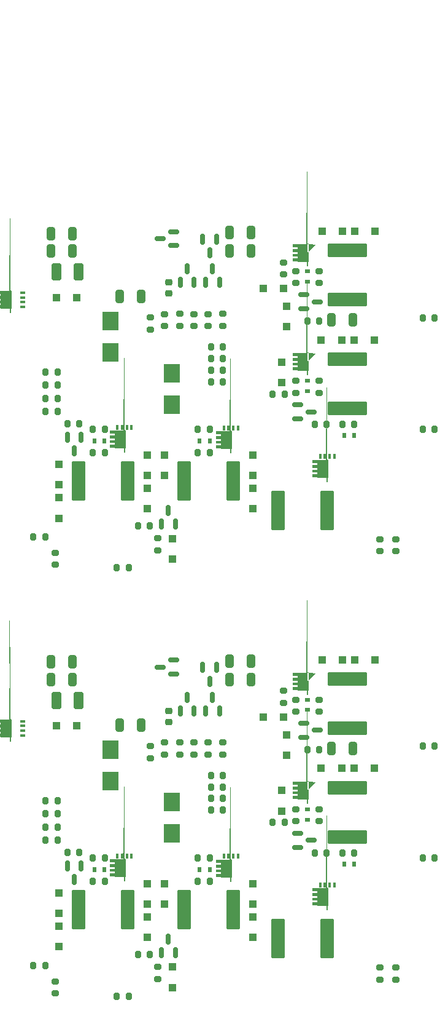
<source format=gbr>
%TF.GenerationSoftware,KiCad,Pcbnew,6.0.11+dfsg-1*%
%TF.CreationDate,2024-04-08T11:49:48+01:00*%
%TF.ProjectId,panel,70616e65-6c2e-46b6-9963-61645f706362,rev?*%
%TF.SameCoordinates,Original*%
%TF.FileFunction,Paste,Bot*%
%TF.FilePolarity,Positive*%
%FSLAX46Y46*%
G04 Gerber Fmt 4.6, Leading zero omitted, Abs format (unit mm)*
G04 Created by KiCad (PCBNEW 6.0.11+dfsg-1) date 2024-04-08 11:49:48*
%MOMM*%
%LPD*%
G01*
G04 APERTURE LIST*
G04 Aperture macros list*
%AMRoundRect*
0 Rectangle with rounded corners*
0 $1 Rounding radius*
0 $2 $3 $4 $5 $6 $7 $8 $9 X,Y pos of 4 corners*
0 Add a 4 corners polygon primitive as box body*
4,1,4,$2,$3,$4,$5,$6,$7,$8,$9,$2,$3,0*
0 Add four circle primitives for the rounded corners*
1,1,$1+$1,$2,$3*
1,1,$1+$1,$4,$5*
1,1,$1+$1,$6,$7*
1,1,$1+$1,$8,$9*
0 Add four rect primitives between the rounded corners*
20,1,$1+$1,$2,$3,$4,$5,0*
20,1,$1+$1,$4,$5,$6,$7,0*
20,1,$1+$1,$6,$7,$8,$9,0*
20,1,$1+$1,$8,$9,$2,$3,0*%
%AMFreePoly0*
4,1,5,0.202500,-0.377500,-0.202500,-0.377500,-0.202500,0.377500,0.202500,0.377500,0.202500,-0.377500,0.202500,-0.377500,$1*%
%AMFreePoly1*
4,1,53,0.118849,1.240000,0.127973,1.217973,0.150000,1.208849,0.168849,1.208849,0.168849,-1.228849,0.150000,-1.228849,0.127973,-1.237973,0.118849,-1.260000,0.118849,-1.828849,-0.118849,-1.828849,-0.118849,-1.260000,-0.127973,-1.237973,-0.150000,-1.228849,-1.318849,-1.228849,-1.318849,-1.210000,-1.327973,-1.187973,-1.350000,-1.178849,-2.018849,-1.178849,-2.018849,-0.791151,-1.350000,-0.791151,
-1.327973,-0.782027,-1.318849,-0.760000,-1.318849,-0.560000,-1.327973,-0.537973,-1.350000,-0.528849,-2.018849,-0.528849,-2.018849,-0.141151,-1.350000,-0.141151,-1.327973,-0.132027,-1.318849,-0.110000,-1.318849,0.090000,-1.327973,0.112027,-1.350000,0.121151,-2.018849,0.121151,-2.018849,0.508849,-1.350000,0.508849,-1.327973,0.517973,-1.318849,0.540000,-1.318849,0.740000,-1.327973,0.762027,
-1.350000,0.771151,-2.018849,0.771151,-2.018849,1.158849,-1.350000,1.158849,-1.327973,1.167973,-1.318849,1.190000,-1.318849,1.208849,-0.150000,1.208849,-0.127973,1.217973,-0.118849,1.240000,-0.118849,1.808849,0.118849,1.808849,0.118849,1.240000,0.118849,1.240000,$1*%
G04 Aperture macros list end*
%ADD10RoundRect,0.250000X0.712500X2.475000X-0.712500X2.475000X-0.712500X-2.475000X0.712500X-2.475000X0*%
%ADD11FreePoly0,270.000000*%
%ADD12FreePoly1,180.000000*%
%ADD13R,1.100000X1.100000*%
%ADD14RoundRect,0.200000X0.200000X0.275000X-0.200000X0.275000X-0.200000X-0.275000X0.200000X-0.275000X0*%
%ADD15R,2.300000X2.500000*%
%ADD16RoundRect,0.200000X-0.275000X0.200000X-0.275000X-0.200000X0.275000X-0.200000X0.275000X0.200000X0*%
%ADD17RoundRect,0.150000X0.150000X-0.587500X0.150000X0.587500X-0.150000X0.587500X-0.150000X-0.587500X0*%
%ADD18RoundRect,0.250000X-0.712500X-2.475000X0.712500X-2.475000X0.712500X2.475000X-0.712500X2.475000X0*%
%ADD19RoundRect,0.200000X-0.200000X-0.275000X0.200000X-0.275000X0.200000X0.275000X-0.200000X0.275000X0*%
%ADD20RoundRect,0.250000X-0.325000X-0.650000X0.325000X-0.650000X0.325000X0.650000X-0.325000X0.650000X0*%
%ADD21RoundRect,0.250000X0.325000X0.650000X-0.325000X0.650000X-0.325000X-0.650000X0.325000X-0.650000X0*%
%ADD22RoundRect,0.200000X0.275000X-0.200000X0.275000X0.200000X-0.275000X0.200000X-0.275000X-0.200000X0*%
%ADD23R,0.700000X0.600000*%
%ADD24RoundRect,0.150000X-0.150000X0.587500X-0.150000X-0.587500X0.150000X-0.587500X0.150000X0.587500X0*%
%ADD25FreePoly0,180.000000*%
%ADD26FreePoly1,90.000000*%
%ADD27FreePoly0,90.000000*%
%ADD28FreePoly1,0.000000*%
%ADD29RoundRect,0.250000X-0.412500X-0.925000X0.412500X-0.925000X0.412500X0.925000X-0.412500X0.925000X0*%
%ADD30RoundRect,0.150000X-0.587500X-0.150000X0.587500X-0.150000X0.587500X0.150000X-0.587500X0.150000X0*%
%ADD31RoundRect,0.250000X-2.475000X0.712500X-2.475000X-0.712500X2.475000X-0.712500X2.475000X0.712500X0*%
%ADD32R,0.600000X0.700000*%
%ADD33RoundRect,0.150000X0.587500X0.150000X-0.587500X0.150000X-0.587500X-0.150000X0.587500X-0.150000X0*%
%ADD34RoundRect,0.225000X-0.250000X0.225000X-0.250000X-0.225000X0.250000X-0.225000X0.250000X0.225000X0*%
G04 APERTURE END LIST*
D10*
%TO.C,F4*%
X150637500Y-128700000D03*
X143862500Y-128700000D03*
%TD*%
D11*
%TO.C,Q3*%
X159250000Y-52275000D03*
D12*
X160900000Y-53260000D03*
D11*
X159250000Y-53575000D03*
X159250000Y-54225000D03*
X159250000Y-52925000D03*
%TD*%
D13*
%TO.C,D24*%
X167400000Y-94300000D03*
X170200000Y-94300000D03*
%TD*%
D14*
%TO.C,R30*%
X126425000Y-117300000D03*
X124775000Y-117300000D03*
%TD*%
D15*
%TO.C,D7*%
X142200000Y-59150000D03*
X142200000Y-54850000D03*
%TD*%
D16*
%TO.C,R34*%
X145200000Y-105687500D03*
X145200000Y-107337500D03*
%TD*%
D13*
%TO.C,D22*%
X162900000Y-35300000D03*
X165700000Y-35300000D03*
%TD*%
D14*
%TO.C,R19*%
X136225000Y-140600000D03*
X134575000Y-140600000D03*
%TD*%
D13*
%TO.C,D25*%
X141200000Y-125100000D03*
X141200000Y-127900000D03*
%TD*%
D14*
%TO.C,R13*%
X147425000Y-121600000D03*
X145775000Y-121600000D03*
%TD*%
D16*
%TO.C,R37*%
X139200000Y-106175000D03*
X139200000Y-107825000D03*
%TD*%
D17*
%TO.C,D33*%
X145250000Y-101337500D03*
X143350000Y-101337500D03*
X144300000Y-99462500D03*
%TD*%
D16*
%TO.C,R33*%
X147200000Y-105687500D03*
X147200000Y-107337500D03*
%TD*%
D14*
%TO.C,R16*%
X178425000Y-47200000D03*
X176775000Y-47200000D03*
%TD*%
D18*
%TO.C,F1*%
X156812500Y-73700000D03*
X163587500Y-73700000D03*
%TD*%
D14*
%TO.C,R10*%
X157725000Y-116700000D03*
X156075000Y-116700000D03*
%TD*%
D19*
%TO.C,R25*%
X147575000Y-113400000D03*
X149225000Y-113400000D03*
%TD*%
D13*
%TO.C,D8*%
X138800000Y-125100000D03*
X138800000Y-127900000D03*
%TD*%
D20*
%TO.C,C14*%
X125525000Y-97000000D03*
X128475000Y-97000000D03*
%TD*%
D13*
%TO.C,D23*%
X153350000Y-70700000D03*
X153350000Y-73500000D03*
%TD*%
D21*
%TO.C,C2*%
X153075000Y-97000000D03*
X150125000Y-97000000D03*
%TD*%
D19*
%TO.C,R8*%
X165700000Y-61900000D03*
X167350000Y-61900000D03*
%TD*%
D13*
%TO.C,D10*%
X138800000Y-129700000D03*
X138800000Y-132500000D03*
%TD*%
%TO.C,D9*%
X162800000Y-50250000D03*
X165600000Y-50250000D03*
%TD*%
D22*
%TO.C,R18*%
X162500000Y-101425000D03*
X162500000Y-99775000D03*
%TD*%
D23*
%TO.C,D18*%
X160900000Y-101200000D03*
X160900000Y-99800000D03*
%TD*%
D22*
%TO.C,R20*%
X157600000Y-41225000D03*
X157600000Y-39575000D03*
%TD*%
D24*
%TO.C,D34*%
X146450000Y-36362500D03*
X148350000Y-36362500D03*
X147400000Y-38237500D03*
%TD*%
D14*
%TO.C,R38*%
X126425000Y-113700000D03*
X124775000Y-113700000D03*
%TD*%
D19*
%TO.C,R17*%
X145775000Y-124800000D03*
X147425000Y-124800000D03*
%TD*%
D25*
%TO.C,Q2*%
X136625000Y-121300000D03*
D26*
X135640000Y-122950000D03*
D25*
X135975000Y-121300000D03*
X135325000Y-121300000D03*
X134675000Y-121300000D03*
%TD*%
D22*
%TO.C,R15*%
X140200000Y-79225000D03*
X140200000Y-77575000D03*
%TD*%
D15*
%TO.C,D7*%
X142200000Y-118150000D03*
X142200000Y-113850000D03*
%TD*%
D21*
%TO.C,C5*%
X137975000Y-44300000D03*
X135025000Y-44300000D03*
%TD*%
D20*
%TO.C,C12*%
X164225000Y-106500000D03*
X167175000Y-106500000D03*
%TD*%
D16*
%TO.C,R36*%
X141200000Y-46687500D03*
X141200000Y-48337500D03*
%TD*%
%TO.C,R3*%
X159300000Y-55875000D03*
X159300000Y-57525000D03*
%TD*%
D19*
%TO.C,R21*%
X137525000Y-134850000D03*
X139175000Y-134850000D03*
%TD*%
D27*
%TO.C,Q10*%
X121600000Y-45700000D03*
D28*
X119950000Y-44715000D03*
D27*
X121600000Y-44400000D03*
X121600000Y-45050000D03*
X121600000Y-43750000D03*
%TD*%
D16*
%TO.C,R14*%
X159300000Y-99775000D03*
X159300000Y-101425000D03*
%TD*%
D13*
%TO.C,D27*%
X142275000Y-77600000D03*
X142275000Y-80400000D03*
%TD*%
%TO.C,D11*%
X167350000Y-50250000D03*
X170150000Y-50250000D03*
%TD*%
D14*
%TO.C,R12*%
X163525000Y-61900000D03*
X161875000Y-61900000D03*
%TD*%
D13*
%TO.C,D27*%
X142275000Y-136600000D03*
X142275000Y-139400000D03*
%TD*%
D17*
%TO.C,D33*%
X145250000Y-42337500D03*
X143350000Y-42337500D03*
X144300000Y-40462500D03*
%TD*%
D14*
%TO.C,R22*%
X162525000Y-47700000D03*
X160875000Y-47700000D03*
%TD*%
D13*
%TO.C,D10*%
X138800000Y-70700000D03*
X138800000Y-73500000D03*
%TD*%
D14*
%TO.C,R19*%
X136225000Y-81600000D03*
X134575000Y-81600000D03*
%TD*%
D13*
%TO.C,D24*%
X167400000Y-35300000D03*
X170200000Y-35300000D03*
%TD*%
D21*
%TO.C,C4*%
X153075000Y-94500000D03*
X150125000Y-94500000D03*
%TD*%
D22*
%TO.C,R18*%
X162500000Y-42425000D03*
X162500000Y-40775000D03*
%TD*%
D16*
%TO.C,R32*%
X149200000Y-105675000D03*
X149200000Y-107325000D03*
%TD*%
D19*
%TO.C,R24*%
X147575000Y-115000000D03*
X149225000Y-115000000D03*
%TD*%
D29*
%TO.C,C13*%
X126262500Y-99900000D03*
X129337500Y-99900000D03*
%TD*%
D24*
%TO.C,D34*%
X146450000Y-95362500D03*
X148350000Y-95362500D03*
X147400000Y-97237500D03*
%TD*%
D16*
%TO.C,R35*%
X143300000Y-46675000D03*
X143300000Y-48325000D03*
%TD*%
D13*
%TO.C,D23*%
X153350000Y-129700000D03*
X153350000Y-132500000D03*
%TD*%
D16*
%TO.C,R35*%
X143300000Y-105675000D03*
X143300000Y-107325000D03*
%TD*%
D13*
%TO.C,D26*%
X154800000Y-102200000D03*
X157600000Y-102200000D03*
%TD*%
D23*
%TO.C,D3*%
X160900000Y-116300000D03*
X160900000Y-114900000D03*
%TD*%
D30*
%TO.C,Q9*%
X160362500Y-45950000D03*
X160362500Y-44050000D03*
X162237500Y-45000000D03*
%TD*%
D22*
%TO.C,R23*%
X173100000Y-138325000D03*
X173100000Y-136675000D03*
%TD*%
D13*
%TO.C,D36*%
X126300000Y-103400000D03*
X129100000Y-103400000D03*
%TD*%
D22*
%TO.C,R7*%
X162500000Y-116525000D03*
X162500000Y-114875000D03*
%TD*%
%TO.C,R1*%
X170900000Y-79325000D03*
X170900000Y-77675000D03*
%TD*%
D14*
%TO.C,R13*%
X147425000Y-62600000D03*
X145775000Y-62600000D03*
%TD*%
D13*
%TO.C,D14*%
X126600000Y-72000000D03*
X126600000Y-74800000D03*
%TD*%
%TO.C,D12*%
X126600000Y-67400000D03*
X126600000Y-70200000D03*
%TD*%
D22*
%TO.C,R4*%
X126100000Y-140225000D03*
X126100000Y-138575000D03*
%TD*%
D31*
%TO.C,F5*%
X166400000Y-37912500D03*
X166400000Y-44687500D03*
%TD*%
D14*
%TO.C,R2*%
X132925000Y-62600000D03*
X131275000Y-62600000D03*
%TD*%
D16*
%TO.C,R32*%
X149200000Y-46675000D03*
X149200000Y-48325000D03*
%TD*%
D14*
%TO.C,R31*%
X126425000Y-119100000D03*
X124775000Y-119100000D03*
%TD*%
D31*
%TO.C,F3*%
X166400000Y-52912500D03*
X166400000Y-59687500D03*
%TD*%
D11*
%TO.C,Q7*%
X159250000Y-37275000D03*
D12*
X160900000Y-38260000D03*
D11*
X159250000Y-39225000D03*
X159250000Y-38575000D03*
X159250000Y-37925000D03*
%TD*%
D13*
%TO.C,D21*%
X153350000Y-66100000D03*
X153350000Y-68900000D03*
%TD*%
D14*
%TO.C,R5*%
X178425000Y-62600000D03*
X176775000Y-62600000D03*
%TD*%
D19*
%TO.C,R6*%
X131275000Y-65800000D03*
X132925000Y-65800000D03*
%TD*%
D22*
%TO.C,R4*%
X126100000Y-81225000D03*
X126100000Y-79575000D03*
%TD*%
D19*
%TO.C,R26*%
X147575000Y-111800000D03*
X149225000Y-111800000D03*
%TD*%
D16*
%TO.C,R36*%
X141200000Y-105687500D03*
X141200000Y-107337500D03*
%TD*%
D13*
%TO.C,D26*%
X154800000Y-43200000D03*
X157600000Y-43200000D03*
%TD*%
D20*
%TO.C,C10*%
X125525000Y-94600000D03*
X128475000Y-94600000D03*
%TD*%
D14*
%TO.C,R29*%
X126425000Y-115500000D03*
X124775000Y-115500000D03*
%TD*%
%TO.C,R29*%
X126425000Y-56500000D03*
X124775000Y-56500000D03*
%TD*%
%TO.C,R2*%
X132925000Y-121600000D03*
X131275000Y-121600000D03*
%TD*%
D32*
%TO.C,D17*%
X146000000Y-123200000D03*
X147400000Y-123200000D03*
%TD*%
D24*
%TO.C,Q4*%
X127750000Y-122662500D03*
X129650000Y-122662500D03*
X128700000Y-124537500D03*
%TD*%
D19*
%TO.C,R6*%
X131275000Y-124800000D03*
X132925000Y-124800000D03*
%TD*%
D22*
%TO.C,R15*%
X140200000Y-138225000D03*
X140200000Y-136575000D03*
%TD*%
D32*
%TO.C,D17*%
X146000000Y-64200000D03*
X147400000Y-64200000D03*
%TD*%
D16*
%TO.C,R34*%
X145200000Y-46687500D03*
X145200000Y-48337500D03*
%TD*%
D31*
%TO.C,F5*%
X166400000Y-96912500D03*
X166400000Y-103687500D03*
%TD*%
D32*
%TO.C,D2*%
X131500000Y-123200000D03*
X132900000Y-123200000D03*
%TD*%
D21*
%TO.C,C4*%
X153075000Y-35500000D03*
X150125000Y-35500000D03*
%TD*%
D15*
%TO.C,D16*%
X133700000Y-47650000D03*
X133700000Y-51950000D03*
%TD*%
D20*
%TO.C,C10*%
X125525000Y-35600000D03*
X128475000Y-35600000D03*
%TD*%
D23*
%TO.C,D18*%
X160900000Y-42200000D03*
X160900000Y-40800000D03*
%TD*%
D33*
%TO.C,D35*%
X142437500Y-94350000D03*
X142437500Y-96250000D03*
X140562500Y-95300000D03*
%TD*%
D32*
%TO.C,D2*%
X131500000Y-64200000D03*
X132900000Y-64200000D03*
%TD*%
D19*
%TO.C,R25*%
X147575000Y-54400000D03*
X149225000Y-54400000D03*
%TD*%
D13*
%TO.C,D13*%
X157300000Y-53300000D03*
X157300000Y-56100000D03*
%TD*%
D23*
%TO.C,D3*%
X160900000Y-57300000D03*
X160900000Y-55900000D03*
%TD*%
D14*
%TO.C,R38*%
X126425000Y-54700000D03*
X124775000Y-54700000D03*
%TD*%
D19*
%TO.C,R27*%
X147575000Y-110200000D03*
X149225000Y-110200000D03*
%TD*%
D17*
%TO.C,D32*%
X148750000Y-101337500D03*
X146850000Y-101337500D03*
X147800000Y-99462500D03*
%TD*%
D22*
%TO.C,R1*%
X170900000Y-138325000D03*
X170900000Y-136675000D03*
%TD*%
D14*
%TO.C,R11*%
X129425000Y-61800000D03*
X127775000Y-61800000D03*
%TD*%
D13*
%TO.C,D25*%
X141200000Y-66100000D03*
X141200000Y-68900000D03*
%TD*%
D16*
%TO.C,R3*%
X159300000Y-114875000D03*
X159300000Y-116525000D03*
%TD*%
D25*
%TO.C,Q6*%
X151300000Y-121350000D03*
D26*
X150315000Y-123000000D03*
D25*
X150650000Y-121350000D03*
X149350000Y-121350000D03*
X150000000Y-121350000D03*
%TD*%
%TO.C,Q1*%
X164600000Y-66292500D03*
D26*
X163615000Y-67942500D03*
D25*
X163950000Y-66292500D03*
X162650000Y-66292500D03*
X163300000Y-66292500D03*
%TD*%
D29*
%TO.C,C13*%
X126262500Y-40900000D03*
X129337500Y-40900000D03*
%TD*%
D17*
%TO.C,Q8*%
X142650000Y-134637500D03*
X140750000Y-134637500D03*
X141700000Y-132762500D03*
%TD*%
D19*
%TO.C,R17*%
X145775000Y-65800000D03*
X147425000Y-65800000D03*
%TD*%
D14*
%TO.C,R16*%
X178425000Y-106200000D03*
X176775000Y-106200000D03*
%TD*%
D11*
%TO.C,Q3*%
X159250000Y-111275000D03*
D12*
X160900000Y-112260000D03*
D11*
X159250000Y-111925000D03*
X159250000Y-112575000D03*
X159250000Y-113225000D03*
%TD*%
D10*
%TO.C,F2*%
X136087500Y-128700000D03*
X129312500Y-128700000D03*
%TD*%
D30*
%TO.C,Q5*%
X159512500Y-120100000D03*
X159512500Y-118200000D03*
X161387500Y-119150000D03*
%TD*%
D17*
%TO.C,Q8*%
X142650000Y-75637500D03*
X140750000Y-75637500D03*
X141700000Y-73762500D03*
%TD*%
D22*
%TO.C,R23*%
X173100000Y-79325000D03*
X173100000Y-77675000D03*
%TD*%
D19*
%TO.C,R24*%
X147575000Y-56000000D03*
X149225000Y-56000000D03*
%TD*%
D21*
%TO.C,C2*%
X153075000Y-38000000D03*
X150125000Y-38000000D03*
%TD*%
D19*
%TO.C,R8*%
X165700000Y-120900000D03*
X167350000Y-120900000D03*
%TD*%
D13*
%TO.C,D28*%
X158000000Y-45600000D03*
X158000000Y-48400000D03*
%TD*%
D22*
%TO.C,R20*%
X157600000Y-100225000D03*
X157600000Y-98575000D03*
%TD*%
D16*
%TO.C,R37*%
X139200000Y-47175000D03*
X139200000Y-48825000D03*
%TD*%
D13*
%TO.C,D21*%
X153350000Y-125100000D03*
X153350000Y-127900000D03*
%TD*%
D10*
%TO.C,F4*%
X150637500Y-69700000D03*
X143862500Y-69700000D03*
%TD*%
D34*
%TO.C,C7*%
X141800000Y-42325000D03*
X141800000Y-43875000D03*
%TD*%
D31*
%TO.C,F3*%
X166400000Y-111912500D03*
X166400000Y-118687500D03*
%TD*%
D14*
%TO.C,R12*%
X163525000Y-120900000D03*
X161875000Y-120900000D03*
%TD*%
D13*
%TO.C,D14*%
X126600000Y-131000000D03*
X126600000Y-133800000D03*
%TD*%
D19*
%TO.C,R27*%
X147575000Y-51200000D03*
X149225000Y-51200000D03*
%TD*%
D13*
%TO.C,D22*%
X162900000Y-94300000D03*
X165700000Y-94300000D03*
%TD*%
D14*
%TO.C,R5*%
X178425000Y-121600000D03*
X176775000Y-121600000D03*
%TD*%
D15*
%TO.C,D16*%
X133700000Y-106650000D03*
X133700000Y-110950000D03*
%TD*%
D21*
%TO.C,C5*%
X137975000Y-103300000D03*
X135025000Y-103300000D03*
%TD*%
D10*
%TO.C,F2*%
X136087500Y-69700000D03*
X129312500Y-69700000D03*
%TD*%
D34*
%TO.C,C7*%
X141800000Y-101325000D03*
X141800000Y-102875000D03*
%TD*%
D30*
%TO.C,Q9*%
X160362500Y-104950000D03*
X160362500Y-103050000D03*
X162237500Y-104000000D03*
%TD*%
D14*
%TO.C,R9*%
X124725000Y-77400000D03*
X123075000Y-77400000D03*
%TD*%
D20*
%TO.C,C12*%
X164225000Y-47500000D03*
X167175000Y-47500000D03*
%TD*%
D14*
%TO.C,R30*%
X126425000Y-58300000D03*
X124775000Y-58300000D03*
%TD*%
D19*
%TO.C,R21*%
X137525000Y-75850000D03*
X139175000Y-75850000D03*
%TD*%
D16*
%TO.C,R33*%
X147200000Y-46687500D03*
X147200000Y-48337500D03*
%TD*%
D32*
%TO.C,D6*%
X165950000Y-122400000D03*
X167350000Y-122400000D03*
%TD*%
D14*
%TO.C,R22*%
X162525000Y-106700000D03*
X160875000Y-106700000D03*
%TD*%
D13*
%TO.C,D11*%
X167350000Y-109250000D03*
X170150000Y-109250000D03*
%TD*%
D17*
%TO.C,D32*%
X148750000Y-42337500D03*
X146850000Y-42337500D03*
X147800000Y-40462500D03*
%TD*%
D25*
%TO.C,Q6*%
X151300000Y-62350000D03*
D26*
X150315000Y-64000000D03*
D25*
X150000000Y-62350000D03*
X149350000Y-62350000D03*
X150650000Y-62350000D03*
%TD*%
D14*
%TO.C,R11*%
X129425000Y-120800000D03*
X127775000Y-120800000D03*
%TD*%
D20*
%TO.C,C14*%
X125525000Y-38000000D03*
X128475000Y-38000000D03*
%TD*%
D33*
%TO.C,D35*%
X142437500Y-35350000D03*
X142437500Y-37250000D03*
X140562500Y-36300000D03*
%TD*%
D18*
%TO.C,F1*%
X156812500Y-132700000D03*
X163587500Y-132700000D03*
%TD*%
D11*
%TO.C,Q7*%
X159250000Y-96275000D03*
D12*
X160900000Y-97260000D03*
D11*
X159250000Y-98225000D03*
X159250000Y-97575000D03*
X159250000Y-96925000D03*
%TD*%
D14*
%TO.C,R9*%
X124725000Y-136400000D03*
X123075000Y-136400000D03*
%TD*%
D25*
%TO.C,Q2*%
X136625000Y-62300000D03*
D26*
X135640000Y-63950000D03*
D25*
X134675000Y-62300000D03*
X135975000Y-62300000D03*
X135325000Y-62300000D03*
%TD*%
D13*
%TO.C,D36*%
X126300000Y-44400000D03*
X129100000Y-44400000D03*
%TD*%
D16*
%TO.C,R14*%
X159300000Y-40775000D03*
X159300000Y-42425000D03*
%TD*%
D30*
%TO.C,Q5*%
X159512500Y-61100000D03*
X159512500Y-59200000D03*
X161387500Y-60150000D03*
%TD*%
D13*
%TO.C,D13*%
X157300000Y-112300000D03*
X157300000Y-115100000D03*
%TD*%
D24*
%TO.C,Q4*%
X127750000Y-63662500D03*
X129650000Y-63662500D03*
X128700000Y-65537500D03*
%TD*%
D13*
%TO.C,D8*%
X138800000Y-66100000D03*
X138800000Y-68900000D03*
%TD*%
D14*
%TO.C,R31*%
X126425000Y-60100000D03*
X124775000Y-60100000D03*
%TD*%
D13*
%TO.C,D12*%
X126600000Y-126400000D03*
X126600000Y-129200000D03*
%TD*%
%TO.C,D9*%
X162800000Y-109250000D03*
X165600000Y-109250000D03*
%TD*%
D19*
%TO.C,R26*%
X147575000Y-52800000D03*
X149225000Y-52800000D03*
%TD*%
D25*
%TO.C,Q1*%
X164600000Y-125292500D03*
D26*
X163615000Y-126942500D03*
D25*
X162650000Y-125292500D03*
X163300000Y-125292500D03*
X163950000Y-125292500D03*
%TD*%
D14*
%TO.C,R10*%
X157725000Y-57700000D03*
X156075000Y-57700000D03*
%TD*%
D32*
%TO.C,D6*%
X165950000Y-63400000D03*
X167350000Y-63400000D03*
%TD*%
D27*
%TO.C,Q10*%
X121600000Y-104700000D03*
D28*
X119950000Y-103715000D03*
D27*
X121600000Y-104050000D03*
X121600000Y-102750000D03*
X121600000Y-103400000D03*
%TD*%
D22*
%TO.C,R7*%
X162500000Y-57525000D03*
X162500000Y-55875000D03*
%TD*%
D13*
%TO.C,D28*%
X158000000Y-104600000D03*
X158000000Y-107400000D03*
%TD*%
M02*

</source>
